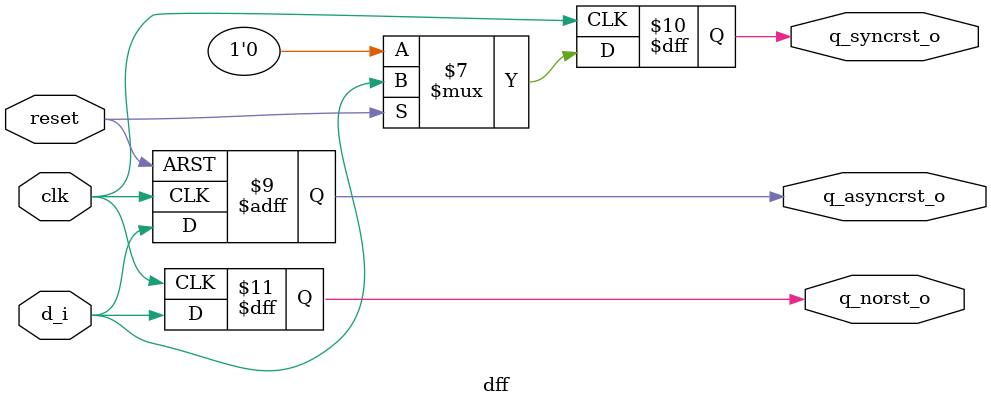
<source format=sv>
module dff (
	input  logic clk,
	input  logic reset,

	input  logic d_i,         // D input to the flop

	output logic q_norst_o,   // Q output from non-resettable flop
	output logic q_syncrst_o, // Q output from flop using synchronous reset
	output logic q_asyncrst_o // Q output from flop using asynchrnoous reset
);

	// Without reset
	always_ff @(posedge clk)
		q_norst_o <= d_i;

	// Synchronous reset
	always_ff @(posedge clk) begin
		if (!reset)
			q_syncrst_o <= 0;
		else
			q_syncrst_o <= d_i;
	end

	// Asynchronous reset
	always_ff @(posedge clk or negedge reset) begin
		if (!reset)
			q_asyncrst_o <= 0;
		else
			q_asyncrst_o <= d_i;
	end

endmodule

</source>
